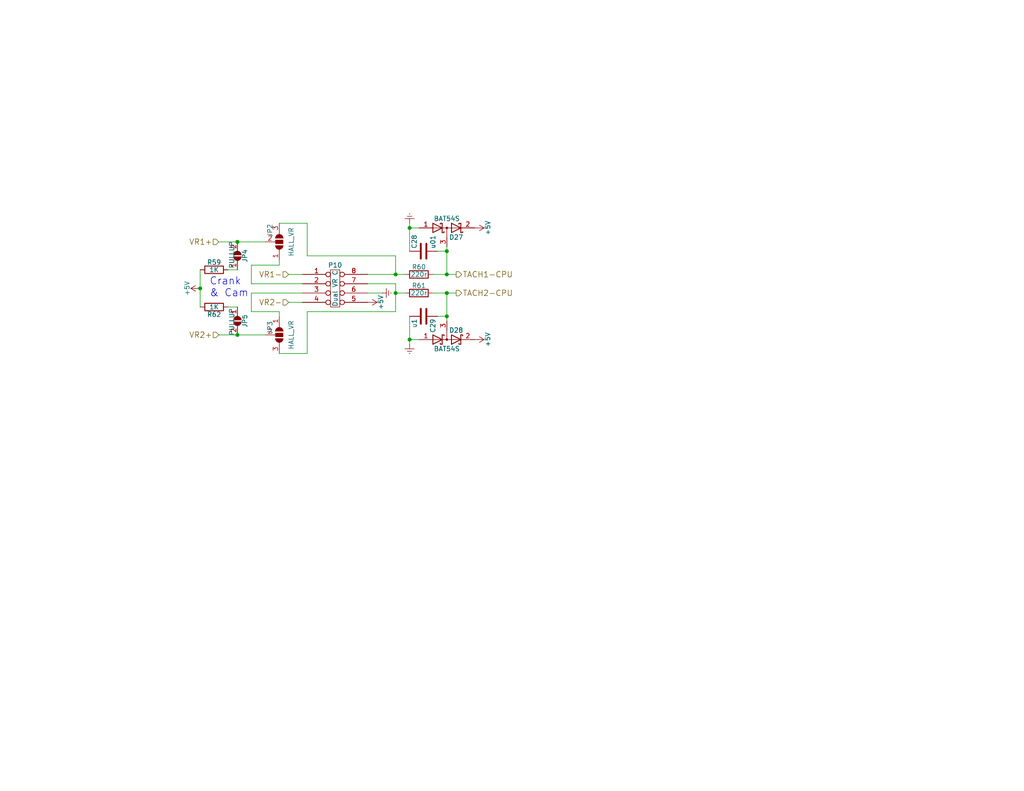
<source format=kicad_sch>
(kicad_sch (version 20211123) (generator eeschema)
  (paper "USLetter")
  (title_block (title "UA4C") (date "2023-05-31") (rev "C5") (company "WTMtronics") (comment 1 "White Fang"))
  (lib_symbols
    (symbol "Device:C" (pin_numbers hide) (pin_names (offset 0.254))
      (property "Reference" "C" (at 0.635 2.54 0))
      (property "Value" "C" (at 0.635 -2.54 0))
      (symbol "C_0_1"
        (polyline (pts (xy -2.032 -0.762) (xy 2.032 -0.762)) (stroke (width 0.508)))
        (polyline (pts (xy -2.032 0.762) (xy 2.032 0.762)) (stroke (width 0.508)))
      )
      (symbol "C_1_1"
        (pin passive line (at 0 3.81 270) (length 2.794) (name "~") (number "1"))
        (pin passive line (at 0 -3.81 90) (length 2.794) (name "~") (number "2"))
      )
    )
    (symbol "Device:R" (pin_numbers hide) (pin_names (offset 0))
      (property "Reference" "R" (at 2.032 0 90))
      (property "Value" "R" (at 0 0 90))
      (symbol "R_0_1"
        (rectangle (start -1.016 -2.54) (end 1.016 2.54) (stroke (width 0.254)))
      )
      (symbol "R_1_1"
        (pin passive line (at 0 3.81 270) (length 1.27) (name "~") (number "1"))
        (pin passive line (at 0 -3.81 90) (length 1.27) (name "~") (number "2"))
      )
    )
    (symbol "Underdog-rescue:DIL8-modules" (pin_names (offset 1.016) hide)
      (property "Reference" "P" (at 0 6.35 0))
      (property "Value" "DIL8-modules" (at 0 0 90))
      (symbol "DIL8-modules_0_1"
        (rectangle (start -1.27 5.08) (end 1.27 -5.08))
      )
      (symbol "DIL8-modules_1_1"
        (pin passive inverted (at -8.89 3.81 0) (length 7.62) (name "P1") (number "1"))
        (pin passive inverted (at -8.89 1.27 0) (length 7.62) (name "P2") (number "2"))
        (pin passive inverted (at -8.89 -1.27 0) (length 7.62) (name "P3") (number "3"))
        (pin passive inverted (at -8.89 -3.81 0) (length 7.62) (name "P4") (number "4"))
        (pin passive inverted (at 8.89 -3.81 180) (length 7.62) (name "P5") (number "5"))
        (pin passive inverted (at 8.89 -1.27 180) (length 7.62) (name "P6") (number "6"))
        (pin passive inverted (at 8.89 1.27 180) (length 7.62) (name "P7") (number "7"))
        (pin passive inverted (at 8.89 3.81 180) (length 7.62) (name "P8") (number "8"))
      )
    )
    (symbol "Underdog-rescue:D_Schottky_x2_Serial_AKC-Device" (pin_names (offset 0.762) hide)
      (property "Reference" "D" (at 1.27 -2.54 0))
      (property "Value" "D_Schottky_x2_Serial_AKC-Device" (at 0 2.54 0))
      (symbol "D_Schottky_x2_Serial_AKC-Device_0_1"
        (polyline (pts (xy -3.81 0) (xy 3.81 0)))
        (polyline (pts (xy 0 0) (xy 0 -2.54)))
        (polyline (pts (xy 6.35 0) (xy 7.62 0)))
        (polyline (pts (xy -1.27 -1.27) (xy -1.27 1.27) (xy -1.27 1.27)) (stroke (width 0.254)))
        (polyline (pts (xy 3.81 1.27) (xy 3.81 -1.27) (xy 3.81 -1.27)) (stroke (width 0.254)))
        (polyline (pts (xy -1.27 -1.27) (xy -0.762 -1.27) (xy -0.762 -1.016) (xy -0.762 -1.016)) (stroke (width 0.254)))
        (polyline (pts (xy 3.81 -1.27) (xy 4.318 -1.27) (xy 4.318 -1.016) (xy 4.318 -1.016)) (stroke (width 0.254)))
        (polyline (pts (xy 3.81 1.27) (xy 3.302 1.27) (xy 3.302 1.016) (xy 3.302 1.016)) (stroke (width 0.254)))
        (polyline (pts (xy -1.778 1.016) (xy -1.778 1.27) (xy -1.27 1.27) (xy -1.27 1.27) (xy -1.27 1.27)) (stroke (width 0.254)))
        (polyline (pts (xy -3.81 1.27) (xy -1.27 0) (xy -3.81 -1.27) (xy -3.81 1.27) (xy -3.81 1.27) (xy -3.81 1.27)) (stroke (width 0.254)))
        (polyline (pts (xy 1.27 1.27) (xy 3.81 0) (xy 1.27 -1.27) (xy 1.27 1.27) (xy 1.27 1.27) (xy 1.27 1.27)) (stroke (width 0.254)))
        (circle (center 0 0) (radius 0.254) (fill (type outline)))
        (pin passive line (at -7.62 0 0) (length 3.81) (name "A") (number "1"))
        (pin passive line (at 7.62 0 180) (length 3.81) (name "K") (number "2"))
        (pin passive line (at 0 -5.08 90) (length 2.54) (name "common") (number "3"))
      )
    )
    (symbol "Underdog-rescue:SolderJumper_2_Open-Jumper1" (pin_names (offset 0) hide)
      (property "Reference" "JP" (at 0 2.032 0))
      (property "Value" "SolderJumper_2_Open-Jumper1" (at 0 -2.54 0))
      (symbol "SolderJumper_2_Open-Jumper1_0_1"
        (arc (start -0.254 1.016) (mid -1.27 0) (end -0.254 -1.016))
        (arc (start -0.254 1.016) (mid -1.27 0) (end -0.254 -1.016) (fill (type outline)))
        (polyline (pts (xy -0.254 1.016) (xy -0.254 -1.016)))
        (polyline (pts (xy 0.254 1.016) (xy 0.254 -1.016)))
        (arc (start 0.254 -1.016) (mid 1.27 0) (end 0.254 1.016))
        (arc (start 0.254 -1.016) (mid 1.27 0) (end 0.254 1.016) (fill (type outline)))
      )
      (symbol "SolderJumper_2_Open-Jumper1_1_1"
        (pin passive line (at -3.81 0 0) (length 2.54) (name "A") (number "1"))
        (pin passive line (at 3.81 0 180) (length 2.54) (name "B") (number "2"))
      )
    )
    (symbol "Underdog-rescue:SolderJumper_3_Open-Jumper1" (pin_names (offset 0) hide)
      (property "Reference" "JP" (at -2.54 -2.54 0))
      (property "Value" "SolderJumper_3_Open-Jumper1" (at 0 2.794 0))
      (symbol "SolderJumper_3_Open-Jumper1_0_1"
        (arc (start -1.016 1.016) (mid -2.032 0) (end -1.016 -1.016))
        (arc (start -1.016 1.016) (mid -2.032 0) (end -1.016 -1.016) (fill (type outline)))
        (rectangle (start -0.508 1.016) (end 0.508 -1.016) (fill (type outline)))
        (polyline (pts (xy -2.54 0) (xy -2.032 0)))
        (polyline (pts (xy -1.016 1.016) (xy -1.016 -1.016)))
        (polyline (pts (xy 0 -1.27) (xy 0 -1.016)))
        (polyline (pts (xy 1.016 1.016) (xy 1.016 -1.016)))
        (polyline (pts (xy 2.54 0) (xy 2.032 0)))
        (arc (start 1.016 -1.016) (mid 2.032 0) (end 1.016 1.016))
        (arc (start 1.016 -1.016) (mid 2.032 0) (end 1.016 1.016) (fill (type outline)))
      )
      (symbol "SolderJumper_3_Open-Jumper1_1_1"
        (pin passive line (at -5.08 0 0) (length 2.54) (name "A") (number "1"))
        (pin input line (at 0 -3.81 90) (length 2.54) (name "C") (number "2"))
        (pin passive line (at 5.08 0 180) (length 2.54) (name "B") (number "3"))
      )
    )
    (symbol "power:+5V" (power) (pin_names (offset 0))
      (property "Value" "+5V" (at 0 3.556 0))
      (symbol "+5V_0_1"
        (polyline (pts (xy -0.762 1.27) (xy 0 2.54)))
        (polyline (pts (xy 0 0) (xy 0 2.54)))
        (polyline (pts (xy 0 2.54) (xy 0.762 1.27)))
      )
      (symbol "+5V_1_1"
        (pin power_in line (at 0 0 90) (length 0) hide (name "+5V") (number "1"))
      )
    )
    (symbol "power:Earth" (power) (pin_names (offset 0))
      (symbol "Earth_0_1"
        (polyline (pts (xy -0.635 -1.905) (xy 0.635 -1.905)))
        (polyline (pts (xy -0.127 -2.54) (xy 0.127 -2.54)))
        (polyline (pts (xy 0 -1.27) (xy 0 0)))
        (polyline (pts (xy 1.27 -1.27) (xy -1.27 -1.27)))
      )
      (symbol "Earth_1_1"
        (pin power_in line (at 0 0 270) (length 0) hide (name "Earth") (number "1"))
      )
    )
  )
  (junction (at 107.95 80.01))
  (junction (at 121.92 68.58))
  (junction (at 111.76 62.23))
  (junction (at 111.76 92.71))
  (junction (at 64.77 91.44))
  (junction (at 64.77 66.04))
  (junction (at 121.92 80.01))
  (junction (at 54.61 78.74))
  (junction (at 121.92 86.36))
  (junction (at 121.92 74.93))
  (junction (at 107.95 74.93))
  (wire (pts (xy 76.2 72.39) (xy 76.2 71.12)))
  (wire (pts (xy 68.58 80.01) (xy 82.55 80.01)))
  (wire (pts (xy 76.2 85.09) (xy 68.58 85.09)))
  (wire (pts (xy 68.58 77.47) (xy 82.55 77.47)))
  (wire (pts (xy 119.38 68.58) (xy 121.92 68.58)))
  (wire (pts (xy 111.76 86.36) (xy 111.76 92.71)))
  (wire (pts (xy 54.61 73.66) (xy 54.61 78.74)))
  (wire (pts (xy 118.11 80.01) (xy 121.92 80.01)))
  (wire (pts (xy 78.74 74.93) (xy 82.55 74.93)))
  (wire (pts (xy 82.55 82.55) (xy 78.74 82.55)))
  (wire (pts (xy 54.61 78.74) (xy 54.61 83.82)))
  (wire (pts (xy 83.82 60.96) (xy 83.82 69.85)))
  (wire (pts (xy 68.58 85.09) (xy 68.58 80.01)))
  (wire (pts (xy 107.95 80.01) (xy 110.49 80.01)))
  (wire (pts (xy 83.82 96.52) (xy 76.2 96.52)))
  (wire (pts (xy 83.82 85.09) (xy 83.82 96.52)))
  (wire (pts (xy 119.38 86.36) (xy 121.92 86.36)))
  (wire (pts (xy 68.58 72.39) (xy 76.2 72.39)))
  (wire (pts (xy 59.69 91.44) (xy 64.77 91.44)))
  (wire (pts (xy 100.33 80.01) (xy 104.14 80.01)))
  (wire (pts (xy 111.76 92.71) (xy 114.3 92.71)))
  (wire (pts (xy 121.92 80.01) (xy 124.46 80.01)))
  (wire (pts (xy 59.69 66.04) (xy 64.77 66.04)))
  (wire (pts (xy 107.95 77.47) (xy 100.33 77.47)))
  (wire (pts (xy 107.95 85.09) (xy 83.82 85.09)))
  (wire (pts (xy 121.92 68.58) (xy 121.92 74.93)))
  (wire (pts (xy 100.33 74.93) (xy 107.95 74.93)))
  (wire (pts (xy 111.76 92.71) (xy 111.76 93.98)))
  (wire (pts (xy 76.2 60.96) (xy 83.82 60.96)))
  (wire (pts (xy 68.58 72.39) (xy 68.58 77.47)))
  (wire (pts (xy 83.82 69.85) (xy 107.95 69.85)))
  (wire (pts (xy 121.92 67.31) (xy 121.92 68.58)))
  (wire (pts (xy 107.95 74.93) (xy 110.49 74.93)))
  (wire (pts (xy 62.23 73.66) (xy 64.77 73.66)))
  (wire (pts (xy 121.92 74.93) (xy 124.46 74.93)))
  (wire (pts (xy 62.23 83.82) (xy 64.77 83.82)))
  (wire (pts (xy 121.92 80.01) (xy 121.92 86.36)))
  (wire (pts (xy 76.2 85.09) (xy 76.2 86.36)))
  (wire (pts (xy 107.95 80.01) (xy 107.95 85.09)))
  (wire (pts (xy 107.95 69.85) (xy 107.95 74.93)))
  (wire (pts (xy 118.11 74.93) (xy 121.92 74.93)))
  (wire (pts (xy 107.95 77.47) (xy 107.95 80.01)))
  (wire (pts (xy 114.3 62.23) (xy 111.76 62.23)))
  (wire (pts (xy 111.76 60.96) (xy 111.76 62.23)))
  (wire (pts (xy 64.77 66.04) (xy 72.39 66.04)))
  (wire (pts (xy 121.92 86.36) (xy 121.92 87.63)))
  (wire (pts (xy 64.77 91.44) (xy 72.39 91.44)))
  (wire (pts (xy 111.76 62.23) (xy 111.76 68.58)))
  (text "Crank\n& Cam" (at 57.15 81.28 0) (effects (font (size 2.0066 2.0066)) (justify left bottom)))
  (hierarchical_label "VR1-" (shape input) (at 78.74 74.93 180) (effects (font (size 1.524 1.524))))
  (hierarchical_label "VR2-" (shape input) (at 78.74 82.55 180) (effects (font (size 1.524 1.524))))
  (hierarchical_label "TACH1-CPU" (shape output) (at 124.46 74.93 0) (effects (font (size 1.524 1.524))))
  (hierarchical_label "VR1+" (shape input) (at 59.69 66.04 180) (effects (font (size 1.524 1.524))))
  (hierarchical_label "TACH2-CPU" (shape output) (at 124.46 80.01 0) (effects (font (size 1.524 1.524))))
  (hierarchical_label "VR2+" (shape input) (at 59.69 91.44 180) (effects (font (size 1.524 1.524))))
  (symbol (lib_id "Underdog-rescue:DIL8-modules") (at 91.44 78.74 0) (unit 1)
    (property "Reference" "P10" (at 91.44 72.39 0))
    (property "Value" "Dual VR C" (at 91.44 78.74 90))
    (property "Footprint" "Housings_DIP:DIP-8_W7.62mm_Socket" (effects hide))
    (property "MPN" "DNP" (effects hide))
  )
  (symbol (lib_id "Underdog-rescue:SolderJumper_3_Open-Jumper1") (at 76.2 91.44 270) (unit 1)
    (property "Reference" "JP3" (at 73.66 87.63 0) (effects (justify left)))
    (property "Value" "HALL_VR" (at 78.74 91.44 0) (effects (justify bottom)))
    (property "Footprint" "footprnt:JPR_3POS_SMLHL" (effects hide))
    (property "MPN" "DNP" (effects hide))
  )
  (symbol (lib_id "Underdog-rescue:SolderJumper_2_Open-Jumper1") (at 64.77 69.85 270) (mirror x) (unit 1)
    (property "Reference" "JP4" (at 66.802 69.85 0))
    (property "Value" "PULLUP" (at 63.246 69.596 0))
    (property "Footprint" "footprnt:JPR_2POS_SMLHL" (effects hide))
    (property "MPN" "DNP" (effects hide))
  )
  (symbol (lib_id "power:+5V") (at 54.61 78.74 90) (unit 1)
    (property "Reference" "#PWR092" (effects hide))
    (property "Value" "+5V" (at 51.054 78.74 0))
  )
  (symbol (lib_id "power:+5V") (at 100.33 82.55 270) (unit 1)
    (property "Reference" "#PWR094" (effects hide))
    (property "Value" "+5V" (at 103.886 82.55 0))
  )
  (symbol (lib_id "power:Earth") (at 104.14 80.01 90) (unit 1)
    (property "Reference" "#PWR093" (effects hide))
    (property "Value" "Earth" (effects hide))
  )
  (symbol (lib_id "Device:C") (at 115.57 86.36 270) (unit 1)
    (property "Reference" "C29" (at 118.11 86.995 0) (effects (justify left)))
    (property "Value" "u1" (at 113.03 86.995 0) (effects (justify left)))
    (property "Footprint" "Capacitor_SMD:C_0805_2012Metric" (effects hide))
    (property "MPN" "CL21B104KBFNNNE" (effects hide))
  )
  (symbol (lib_id "Device:C") (at 115.57 68.58 90) (unit 1)
    (property "Reference" "C28" (at 113.03 67.945 0) (effects (justify left)))
    (property "Value" "u01" (at 118.11 67.945 0) (effects (justify left)))
    (property "Footprint" "Capacitor_SMD:C_0805_2012Metric" (effects hide))
    (property "MPN" "CL21B103KBCNNNC" (effects hide))
  )
  (symbol (lib_id "power:Earth") (at 111.76 60.96 180) (unit 1)
    (property "Reference" "#PWR090" (effects hide))
    (property "Value" "Earth" (effects hide))
  )
  (symbol (lib_id "Device:R") (at 114.3 74.93 90) (unit 1)
    (property "Reference" "R60" (at 114.3 72.898 90))
    (property "Value" "220r" (at 114.3 74.93 90))
    (property "Footprint" "Resistor_SMD:R_0805_2012Metric" (effects hide))
    (property "MPN" "RK73H2ATTD2200F" (effects hide))
  )
  (symbol (lib_id "Device:R") (at 114.3 80.01 90) (unit 1)
    (property "Reference" "R61" (at 114.3 77.978 90))
    (property "Value" "220r" (at 114.3 80.01 90))
    (property "Footprint" "Resistor_SMD:R_0805_2012Metric" (effects hide))
    (property "MPN" "RK73H2ATTD2200F" (effects hide))
  )
  (symbol (lib_id "Device:R") (at 58.42 83.82 90) (mirror x) (unit 1)
    (property "Reference" "R62" (at 58.42 85.852 90))
    (property "Value" "1K" (at 58.42 83.82 90))
    (property "Footprint" "Resistor_SMD:R_0805_2012Metric" (effects hide))
    (property "MPN" "RK73H2ATTD1001F" (effects hide))
  )
  (symbol (lib_id "Device:R") (at 58.42 73.66 90) (unit 1)
    (property "Reference" "R59" (at 58.42 71.628 90))
    (property "Value" "1K" (at 58.42 73.66 90))
    (property "Footprint" "Resistor_SMD:R_0805_2012Metric" (effects hide))
    (property "MPN" "RK73H2ATTD1001F" (effects hide))
  )
  (symbol (lib_id "power:Earth") (at 111.76 93.98 0) (unit 1)
    (property "Reference" "#PWR096" (effects hide))
    (property "Value" "Earth" (effects hide))
  )
  (symbol (lib_id "Underdog-rescue:D_Schottky_x2_Serial_AKC-Device") (at 121.92 92.71 0) (mirror x) (unit 1)
    (property "Reference" "D28" (at 124.46 90.17 0))
    (property "Value" "BAT54S" (at 121.92 95.25 0))
    (property "Footprint" "Package_TO_SOT_SMD:SOT-23" (effects hide))
    (property "MPN" "BAT54S,215" (effects hide))
  )
  (symbol (lib_id "Underdog-rescue:D_Schottky_x2_Serial_AKC-Device") (at 121.92 62.23 0) (unit 1)
    (property "Reference" "D27" (at 124.46 64.77 0))
    (property "Value" "BAT54S" (at 121.92 59.69 0))
    (property "Footprint" "Package_TO_SOT_SMD:SOT-23" (effects hide))
    (property "MPN" "BAT54S,215" (effects hide))
  )
  (symbol (lib_id "power:+5V") (at 129.54 92.71 270) (unit 1)
    (property "Reference" "#PWR095" (effects hide))
    (property "Value" "+5V" (at 133.096 92.71 0))
  )
  (symbol (lib_id "power:+5V") (at 129.54 62.23 270) (unit 1)
    (property "Reference" "#PWR091" (effects hide))
    (property "Value" "+5V" (at 133.096 62.23 0))
  )
  (symbol (lib_id "Underdog-rescue:SolderJumper_2_Open-Jumper1") (at 64.77 87.63 270) (unit 1)
    (property "Reference" "JP5" (at 66.802 87.63 0))
    (property "Value" "PULLUP" (at 63.246 87.884 0))
    (property "Footprint" "footprnt:JPR_2POS_SMLHL" (effects hide))
    (property "MPN" "DNP" (effects hide))
  )
  (symbol (lib_id "Underdog-rescue:SolderJumper_3_Open-Jumper1") (at 76.2 66.04 270) (mirror x) (unit 1)
    (property "Reference" "JP2" (at 73.66 64.77 0) (effects (justify left)))
    (property "Value" "HALL_VR" (at 78.74 66.04 0) (effects (justify bottom)))
    (property "Footprint" "footprnt:JPR_3POS_SMLHL" (effects hide))
    (property "MPN" "DNP" (effects hide))
  )
)
</source>
